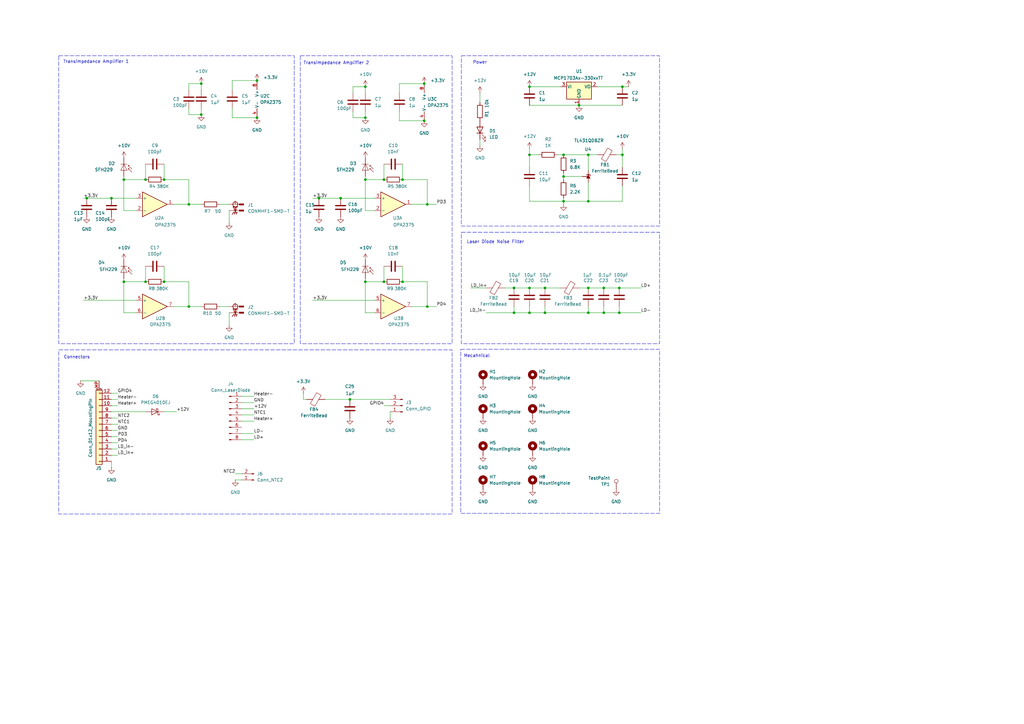
<source format=kicad_sch>
(kicad_sch (version 20231120) (generator "eeschema") (generator_version "8.0")
  (paper "A3")
  (junction (at 175.26 83.82))
  (junction (at 35.56 81.28))
  (junction (at 67.31 115.57))
  (junction (at 223.52 118.11))
  (junction (at 77.47 83.82))
  (junction (at 59.69 115.57))
  (junction (at 175.26 125.73))
  (junction (at 67.31 73.66))
  (junction (at 231.14 72.39))
  (junction (at 50.8 73.66))
  (junction (at 255.27 63.5))
  (junction (at 157.48 73.66))
  (junction (at 241.3 82.55))
  (junction (at 139.7 81.28))
  (junction (at 105.41 48.26))
  (junction (at 149.86 73.66))
  (junction (at 173.99 34.29))
  (junction (at 241.3 118.11))
  (junction (at 45.72 81.28))
  (junction (at 157.48 115.57))
  (junction (at 77.47 125.73))
  (junction (at 217.17 128.27))
  (junction (at 143.51 163.83))
  (junction (at 173.99 49.53))
  (junction (at 149.86 48.26))
  (junction (at 217.17 35.56))
  (junction (at 241.3 128.27))
  (junction (at 59.69 73.66))
  (junction (at 165.1 115.57))
  (junction (at 231.14 63.5))
  (junction (at 247.65 118.11))
  (junction (at 210.82 118.11))
  (junction (at 217.17 118.11))
  (junction (at 223.52 128.27))
  (junction (at 82.55 46.99))
  (junction (at 130.81 81.28))
  (junction (at 254 118.11))
  (junction (at 149.86 115.57))
  (junction (at 231.14 82.55))
  (junction (at 255.27 35.56))
  (junction (at 149.86 35.56))
  (junction (at 82.55 34.29))
  (junction (at 105.41 33.02))
  (junction (at 210.82 128.27))
  (junction (at 237.49 43.18))
  (junction (at 50.8 115.57))
  (junction (at 165.1 73.66))
  (junction (at 247.65 128.27))
  (junction (at 254 128.27))
  (junction (at 241.3 63.5))
  (junction (at 217.17 63.5))
  (wire (pts (xy 124.46 163.83) (xy 125.73 163.83)))
  (wire (pts (xy 254 128.27) (xy 262.89 128.27)))
  (wire (pts (xy 48.26 179.07) (xy 45.72 179.07)))
  (wire (pts (xy 237.49 118.11) (xy 241.3 118.11)))
  (wire (pts (xy 228.6 63.5) (xy 231.14 63.5)))
  (wire (pts (xy 254 118.11) (xy 262.89 118.11)))
  (wire (pts (xy 241.3 63.5) (xy 245.11 63.5)))
  (wire (pts (xy 48.26 161.29) (xy 45.72 161.29)))
  (wire (pts (xy 217.17 128.27) (xy 217.17 125.73)))
  (wire (pts (xy 96.52 196.85) (xy 99.06 196.85)))
  (wire (pts (xy 48.26 163.83) (xy 45.72 163.83)))
  (wire (pts (xy 210.82 118.11) (xy 217.17 118.11)))
  (wire (pts (xy 196.85 57.15) (xy 196.85 59.69)))
  (wire (pts (xy 175.26 83.82) (xy 179.07 83.82)))
  (wire (pts (xy 237.49 43.18) (xy 255.27 43.18)))
  (wire (pts (xy 217.17 128.27) (xy 223.52 128.27)))
  (wire (pts (xy 247.65 128.27) (xy 254 128.27)))
  (wire (pts (xy 59.69 109.22) (xy 59.69 115.57)))
  (wire (pts (xy 223.52 118.11) (xy 229.87 118.11)))
  (wire (pts (xy 217.17 60.96) (xy 217.17 63.5)))
  (wire (pts (xy 163.83 34.29) (xy 173.99 34.29)))
  (wire (pts (xy 67.31 115.57) (xy 77.47 115.57)))
  (wire (pts (xy 163.83 45.72) (xy 163.83 49.53)))
  (wire (pts (xy 59.69 168.91) (xy 45.72 168.91)))
  (wire (pts (xy 95.25 44.45) (xy 95.25 48.26)))
  (wire (pts (xy 48.26 186.69) (xy 45.72 186.69)))
  (wire (pts (xy 50.8 115.57) (xy 59.69 115.57)))
  (wire (pts (xy 199.39 128.27) (xy 210.82 128.27)))
  (wire (pts (xy 255.27 60.96) (xy 255.27 63.5)))
  (wire (pts (xy 149.86 115.57) (xy 149.86 128.27)))
  (wire (pts (xy 67.31 73.66) (xy 77.47 73.66)))
  (wire (pts (xy 72.39 168.91) (xy 67.31 168.91)))
  (wire (pts (xy 48.26 181.61) (xy 45.72 181.61)))
  (wire (pts (xy 254 125.73) (xy 254 128.27)))
  (wire (pts (xy 124.46 161.29) (xy 124.46 163.83)))
  (wire (pts (xy 157.48 67.31) (xy 157.48 73.66)))
  (wire (pts (xy 255.27 63.5) (xy 255.27 68.58)))
  (wire (pts (xy 77.47 83.82) (xy 82.55 83.82)))
  (wire (pts (xy 175.26 73.66) (xy 175.26 83.82)))
  (wire (pts (xy 247.65 118.11) (xy 254 118.11)))
  (wire (pts (xy 93.98 128.27) (xy 93.98 133.35)))
  (wire (pts (xy 48.26 171.45) (xy 45.72 171.45)))
  (wire (pts (xy 99.06 165.1) (xy 104.14 165.1)))
  (wire (pts (xy 217.17 35.56) (xy 229.87 35.56)))
  (wire (pts (xy 149.86 128.27) (xy 153.67 128.27)))
  (wire (pts (xy 217.17 63.5) (xy 217.17 68.58)))
  (wire (pts (xy 45.72 81.28) (xy 55.88 81.28)))
  (wire (pts (xy 223.52 125.73) (xy 223.52 128.27)))
  (wire (pts (xy 149.86 115.57) (xy 157.48 115.57)))
  (wire (pts (xy 95.25 36.83) (xy 95.25 33.02)))
  (wire (pts (xy 165.1 115.57) (xy 175.26 115.57)))
  (wire (pts (xy 130.81 81.28) (xy 139.7 81.28)))
  (wire (pts (xy 149.86 35.56) (xy 149.86 38.1)))
  (wire (pts (xy 247.65 128.27) (xy 247.65 125.73)))
  (wire (pts (xy 241.3 63.5) (xy 241.3 69.85)))
  (wire (pts (xy 77.47 125.73) (xy 71.12 125.73)))
  (wire (pts (xy 33.02 156.21) (xy 40.64 156.21)))
  (wire (pts (xy 133.35 163.83) (xy 143.51 163.83)))
  (wire (pts (xy 128.27 123.19) (xy 153.67 123.19)))
  (wire (pts (xy 252.73 63.5) (xy 255.27 63.5)))
  (wire (pts (xy 50.8 73.66) (xy 59.69 73.66)))
  (wire (pts (xy 55.88 86.36) (xy 50.8 86.36)))
  (wire (pts (xy 217.17 43.18) (xy 237.49 43.18)))
  (wire (pts (xy 144.78 48.26) (xy 144.78 45.72)))
  (wire (pts (xy 90.17 125.73) (xy 93.98 125.73)))
  (wire (pts (xy 193.04 118.11) (xy 199.39 118.11)))
  (wire (pts (xy 34.29 81.28) (xy 35.56 81.28)))
  (wire (pts (xy 50.8 114.3) (xy 50.8 115.57)))
  (wire (pts (xy 231.14 71.12) (xy 231.14 72.39)))
  (wire (pts (xy 99.06 170.18) (xy 104.14 170.18)))
  (wire (pts (xy 163.83 38.1) (xy 163.83 34.29)))
  (wire (pts (xy 93.98 86.36) (xy 93.98 91.44)))
  (wire (pts (xy 50.8 128.27) (xy 55.88 128.27)))
  (wire (pts (xy 77.47 73.66) (xy 77.47 83.82)))
  (wire (pts (xy 144.78 35.56) (xy 149.86 35.56)))
  (wire (pts (xy 48.26 166.37) (xy 45.72 166.37)))
  (wire (pts (xy 149.86 73.66) (xy 149.86 86.36)))
  (wire (pts (xy 77.47 115.57) (xy 77.47 125.73)))
  (wire (pts (xy 77.47 46.99) (xy 77.47 44.45)))
  (wire (pts (xy 217.17 76.2) (xy 217.17 82.55)))
  (wire (pts (xy 175.26 125.73) (xy 179.07 125.73)))
  (wire (pts (xy 241.3 118.11) (xy 247.65 118.11)))
  (wire (pts (xy 149.86 72.39) (xy 149.86 73.66)))
  (wire (pts (xy 59.69 67.31) (xy 59.69 73.66)))
  (wire (pts (xy 223.52 128.27) (xy 241.3 128.27)))
  (wire (pts (xy 217.17 63.5) (xy 220.98 63.5)))
  (wire (pts (xy 175.26 83.82) (xy 168.91 83.82)))
  (wire (pts (xy 157.48 166.37) (xy 160.02 166.37)))
  (wire (pts (xy 99.06 162.56) (xy 104.14 162.56)))
  (wire (pts (xy 99.06 172.72) (xy 104.14 172.72)))
  (wire (pts (xy 163.83 49.53) (xy 173.99 49.53)))
  (wire (pts (xy 217.17 118.11) (xy 223.52 118.11)))
  (wire (pts (xy 241.3 128.27) (xy 247.65 128.27)))
  (wire (pts (xy 217.17 82.55) (xy 231.14 82.55)))
  (wire (pts (xy 255.27 35.56) (xy 257.81 35.56)))
  (wire (pts (xy 143.51 163.83) (xy 160.02 163.83)))
  (wire (pts (xy 231.14 72.39) (xy 231.14 73.66)))
  (wire (pts (xy 48.26 173.99) (xy 45.72 173.99)))
  (wire (pts (xy 255.27 76.2) (xy 255.27 82.55)))
  (wire (pts (xy 96.52 194.31) (xy 99.06 194.31)))
  (wire (pts (xy 175.26 125.73) (xy 168.91 125.73)))
  (wire (pts (xy 245.11 35.56) (xy 255.27 35.56)))
  (wire (pts (xy 144.78 35.56) (xy 144.78 38.1)))
  (wire (pts (xy 165.1 109.22) (xy 165.1 115.57)))
  (wire (pts (xy 90.17 83.82) (xy 93.98 83.82)))
  (wire (pts (xy 48.26 184.15) (xy 45.72 184.15)))
  (wire (pts (xy 149.86 114.3) (xy 149.86 115.57)))
  (wire (pts (xy 149.86 48.26) (xy 149.86 45.72)))
  (wire (pts (xy 139.7 81.28) (xy 153.67 81.28)))
  (wire (pts (xy 144.78 48.26) (xy 149.86 48.26)))
  (wire (pts (xy 241.3 82.55) (xy 255.27 82.55)))
  (wire (pts (xy 67.31 109.22) (xy 67.31 115.57)))
  (wire (pts (xy 241.3 82.55) (xy 241.3 74.93)))
  (wire (pts (xy 77.47 34.29) (xy 82.55 34.29)))
  (wire (pts (xy 231.14 82.55) (xy 241.3 82.55)))
  (wire (pts (xy 95.25 33.02) (xy 105.41 33.02)))
  (wire (pts (xy 104.14 177.8) (xy 99.06 177.8)))
  (wire (pts (xy 153.67 86.36) (xy 149.86 86.36)))
  (wire (pts (xy 165.1 67.31) (xy 165.1 73.66)))
  (wire (pts (xy 231.14 72.39) (xy 238.76 72.39)))
  (wire (pts (xy 77.47 125.73) (xy 82.55 125.73)))
  (wire (pts (xy 231.14 81.28) (xy 231.14 82.55)))
  (wire (pts (xy 82.55 34.29) (xy 82.55 36.83)))
  (wire (pts (xy 77.47 46.99) (xy 82.55 46.99)))
  (wire (pts (xy 48.26 176.53) (xy 45.72 176.53)))
  (wire (pts (xy 231.14 82.55) (xy 231.14 83.82)))
  (wire (pts (xy 196.85 38.1) (xy 196.85 41.91)))
  (wire (pts (xy 210.82 125.73) (xy 210.82 128.27)))
  (wire (pts (xy 207.01 118.11) (xy 210.82 118.11)))
  (wire (pts (xy 104.14 167.64) (xy 99.06 167.64)))
  (wire (pts (xy 95.25 48.26) (xy 105.41 48.26)))
  (wire (pts (xy 45.72 189.23) (xy 45.72 191.77)))
  (wire (pts (xy 160.02 171.45) (xy 160.02 168.91)))
  (wire (pts (xy 67.31 67.31) (xy 67.31 73.66)))
  (wire (pts (xy 231.14 63.5) (xy 241.3 63.5)))
  (wire (pts (xy 50.8 73.66) (xy 50.8 86.36)))
  (wire (pts (xy 77.47 83.82) (xy 71.12 83.82)))
  (wire (pts (xy 149.86 73.66) (xy 157.48 73.66)))
  (wire (pts (xy 77.47 34.29) (xy 77.47 36.83)))
  (wire (pts (xy 210.82 128.27) (xy 217.17 128.27)))
  (wire (pts (xy 157.48 109.22) (xy 157.48 115.57)))
  (wire (pts (xy 50.8 72.39) (xy 50.8 73.66)))
  (wire (pts (xy 82.55 44.45) (xy 82.55 46.99)))
  (wire (pts (xy 35.56 81.28) (xy 45.72 81.28)))
  (wire (pts (xy 34.29 123.19) (xy 55.88 123.19)))
  (wire (pts (xy 175.26 115.57) (xy 175.26 125.73)))
  (wire (pts (xy 104.14 180.34) (xy 99.06 180.34)))
  (wire (pts (xy 241.3 128.27) (xy 241.3 125.73)))
  (wire (pts (xy 128.27 81.28) (xy 130.81 81.28)))
  (wire (pts (xy 50.8 115.57) (xy 50.8 128.27)))
  (wire (pts (xy 165.1 73.66) (xy 175.26 73.66)))
  (rectangle (start 189.23 95.25) (end 270.51 140.97) (stroke (width 0) (type dash)))
  (rectangle (start 189.23 22.86) (end 270.51 92.71) (stroke (width 0) (type dash)))
  (rectangle (start 24.13 143.51) (end 185.42 210.82) (stroke (width 0) (type dash)))
  (rectangle (start 188.976 143.256) (end 270.51 210.566) (stroke (width 0) (type dash)))
  (rectangle (start 123.19 22.86) (end 185.42 140.97) (stroke (width 0) (type dash)))
  (rectangle (start 24.13 22.86) (end 120.65 140.97) (stroke (width 0) (type dash)))
  (text "Transimpedance Amplifier 2" (at 137.922 25.908 0) (effects (font (size 1.27 1.27))))
  (text "Transimpedance Amplifier 1" (at 39.37 25.4 0) (effects (font (size 1.27 1.27))))
  (text "Connectors" (at 31.496 146.558 0) (effects (font (size 1.27 1.27))))
  (text "Power" (at 196.85 25.654 0) (effects (font (size 1.27 1.27))))
  (text "Laser Diode Noise Filter" (at 203.2 99.314 0) (effects (font (size 1.27 1.27))))
  (text "Mecahnical" (at 195.58 146.05 0) (effects (font (size 1.27 1.27))))
  (label "LD-" (at 104.14 177.8 0))
  (label "LD_in-" (at 48.26 184.15 0))
  (label "NTC1" (at 104.14 170.18 0))
  (label "LD_in+" (at 193.04 118.11 0))
  (label "GPIO4" (at 157.48 166.37 180))
  (label "+3.3V" (at 34.29 81.28 0))
  (label "NTC2" (at 96.52 194.31 180))
  (label "+3.3V" (at 128.27 123.19 0))
  (label "LD_in+" (at 48.26 186.69 0))
  (label "Heater+" (at 48.26 166.37 0))
  (label "+12V" (at 104.14 167.64 0))
  (label "Heater-" (at 104.14 162.56 0))
  (label "PD3" (at 48.26 179.07 0))
  (label "GND" (at 48.26 176.53 0))
  (label "LD-" (at 262.89 128.27 0))
  (label "+3.3V" (at 128.27 81.28 0))
  (label "PD4" (at 48.26 181.61 0))
  (label "NTC1" (at 48.26 173.99 0))
  (label "GPIO4" (at 48.26 161.29 0))
  (label "LD+" (at 104.14 180.34 0))
  (label "GND" (at 104.14 165.1 0))
  (label "LD+" (at 262.89 118.11 0))
  (label "PD3" (at 179.07 83.82 0))
  (label "+3.3V" (at 34.29 123.19 0))
  (label "Heater+" (at 104.14 172.72 0))
  (label "Heater-" (at 48.26 163.83 0))
  (label "+12V" (at 72.39 168.91 0))
  (label "LD_in-" (at 199.39 128.27 180))
  (label "NTC2" (at 48.26 171.45 0))
  (label "PD4" (at 179.07 125.73 0))
  (symbol (lib_id "power:+10V") (at 50.8 106.68 0) (unit 1)
    (property "Reference" "#PWR024" (effects (hide yes)))
    (property "Value" "+10V" (at 50.8 101.6 0))
    (property "Description" "Power symbol creates a global label with name \"+10V\"" (effects (hide yes)))
  )
  (symbol (lib_id "Device:R") (at 231.14 67.31 180) (unit 1)
    (property "Reference" "R3" (at 233.68 66.0399 0) (effects (justify right)))
    (property "Value" "6.8K" (at 233.68 68.5799 0) (effects (justify right)))
    (property "Footprint" "Resistor_SMD:R_0603_1608Metric_Pad0.98x0.95mm_HandSolder" (effects (hide yes)))
    (property "Description" "Resistor" (effects (hide yes)))
  )
  (symbol (lib_id "Device:R") (at 161.29 73.66 270) (unit 1)
    (property "Reference" "R5" (at 160.274 76.454 90))
    (property "Value" "380K" (at 164.592 76.454 90))
    (property "Footprint" "Resistor_SMD:R_0603_1608Metric_Pad0.98x0.95mm_HandSolder" (effects (hide yes)))
    (property "Description" "Resistor" (effects (hide yes)))
  )
  (symbol (lib_id "Connector:Conn_01x08_Pin") (at 93.98 170.18 0) (unit 1)
    (property "Reference" "J4" (at 94.615 157.48 0))
    (property "Value" "Conn_LaserDiode" (at 94.615 160.02 0))
    (property "Footprint" "Connector_JST:JST_ZH_B8B-ZR_1x08_P1.50mm_Vertical" (effects (hide yes)))
    (property "Description" "Generic connector, single row, 01x08, script generated" (effects (hide yes)))
  )
  (symbol (lib_id "power:GND") (at 218.44 186.69 0) (unit 1)
    (property "Reference" "#PWR036" (effects (hide yes)))
    (property "Value" "GND" (at 218.44 191.77 0))
    (property "Description" "Power symbol creates a global label with name \"GND\" , ground" (effects (hide yes)))
  )
  (symbol (lib_id "power:GND") (at 198.12 200.66 0) (unit 1)
    (property "Reference" "#PWR039" (effects (hide yes)))
    (property "Value" "GND" (at 198.12 205.74 0))
    (property "Description" "Power symbol creates a global label with name \"GND\" , ground" (effects (hide yes)))
  )
  (symbol (lib_id "power:GND") (at 218.44 157.48 0) (unit 1)
    (property "Reference" "#PWR029" (effects (hide yes)))
    (property "Value" "GND" (at 218.44 162.56 0))
    (property "Description" "Power symbol creates a global label with name \"GND\" , ground" (effects (hide yes)))
  )
  (symbol (lib_id "power:GND") (at 96.52 196.85 0) (unit 1)
    (property "Reference" "#PWR038" (effects (hide yes)))
    (property "Value" "GND" (at 96.52 201.93 0))
    (property "Description" "Power symbol creates a global label with name \"GND\" , ground" (effects (hide yes)))
  )
  (symbol (lib_id "power:GND") (at 105.41 48.26 0) (unit 1)
    (property "Reference" "#PWR010" (effects (hide yes)))
    (property "Value" "GND" (at 105.41 53.34 0))
    (property "Description" "Power symbol creates a global label with name \"GND\" , ground" (effects (hide yes)))
  )
  (symbol (lib_id "Device:C") (at 241.3 121.92 180) (unit 1)
    (property "Reference" "C22" (at 239.268 115.062 0) (effects (justify right)))
    (property "Value" "1µF" (at 239.014 112.776 0) (effects (justify right)))
    (property "Footprint" "Capacitor_SMD:C_0603_1608Metric_Pad1.08x0.95mm_HandSolder" (effects (hide yes)))
    (property "Description" "Unpolarized capacitor" (effects (hide yes)))
  )
  (symbol (lib_id "power:GND") (at 198.12 186.69 0) (unit 1)
    (property "Reference" "#PWR035" (effects (hide yes)))
    (property "Value" "GND" (at 198.12 191.77 0))
    (property "Description" "Power symbol creates a global label with name \"GND\" , ground" (effects (hide yes)))
  )
  (symbol (lib_id "Sensor_Optical:SFH2701") (at 149.86 111.76 270) (unit 1)
    (property "Reference" "D5" (at 140.716 107.696 90))
    (property "Value" "SFH229" (at 143.51 110.49 90))
    (property "Footprint" "LED_THT:LED_D3.0mm" (effects (hide yes)))
    (property "Datasheet" "http://www.osram-os.com/Graphics/XPic6/00201111_0.pdf/SFH%202701.pdf" (effects (hide yes)))
    (property "Description" "High Speed PIN Photodiode, SMD package" (effects (hide yes)))
  )
  (symbol (lib_id "Device:C") (at 210.82 121.92 180) (unit 1)
    (property "Reference" "C19" (at 208.788 115.062 0) (effects (justify right)))
    (property "Value" "10µF" (at 208.534 112.776 0) (effects (justify right)))
    (property "Footprint" "Capacitor_SMD:C_0805_2012Metric_Pad1.18x1.45mm_HandSolder" (effects (hide yes)))
    (property "Description" "Unpolarized capacitor" (effects (hide yes)))
  )
  (symbol (lib_id "Device:C") (at 35.56 85.09 0) (unit 1)
    (property "Reference" "C13" (at 30.226 87.376 0) (effects (justify left)))
    (property "Value" "1µF" (at 30.226 89.916 0) (effects (justify left)))
    (property "Footprint" "Capacitor_SMD:C_0603_1608Metric_Pad1.08x0.95mm_HandSolder" (effects (hide yes)))
    (property "Description" "Unpolarized capacitor" (effects (hide yes)))
  )
  (symbol (lib_id "Mechanical:MountingHole_Pad") (at 218.44 154.94 0) (unit 1) (exclude_from_sim yes) (in_bom no)
    (property "Reference" "H2" (at 220.98 152.3999 0) (effects (justify left)))
    (property "Value" "MountingHole" (at 220.98 154.9399 0) (effects (justify left)))
    (property "Footprint" "MountingHole:MountingHole_2.7mm_M2.5_ISO7380_Pad" (effects (hide yes)))
    (property "Description" "Mounting Hole with connection" (effects (hide yes)))
  )
  (symbol (lib_id "power:GND") (at 35.56 88.9 0) (unit 1)
    (property "Reference" "#PWR019" (effects (hide yes)))
    (property "Value" "GND" (at 35.56 93.98 0))
    (property "Description" "Power symbol creates a global label with name \"GND\" , ground" (effects (hide yes)))
  )
  (symbol (lib_id "Device:FerriteBead") (at 248.92 63.5 90) (unit 1)
    (property "Reference" "FB1" (at 248.158 67.564 90))
    (property "Value" "FerriteBead" (at 248.158 70.104 90))
    (property "Footprint" "Inductor_SMD:L_0603_1608Metric" (effects (hide yes)))
    (property "Description" "Ferrite bead" (effects (hide yes)))
  )
  (symbol (lib_id "power:GND") (at 231.14 83.82 0) (unit 1)
    (property "Reference" "#PWR018" (effects (hide yes)))
    (property "Value" "GND" (at 231.14 88.9 0))
    (property "Description" "Power symbol creates a global label with name \"GND\" , ground" (effects (hide yes)))
  )
  (symbol (lib_id "power:GND") (at 93.98 133.35 0) (unit 1)
    (property "Reference" "#PWR026" (effects (hide yes)))
    (property "Value" "GND" (at 93.98 138.43 0))
    (property "Description" "Power symbol creates a global label with name \"GND\" , ground" (effects (hide yes)))
  )
  (symbol (lib_id "power:GND") (at 173.99 49.53 0) (unit 1)
    (property "Reference" "#PWR012" (effects (hide yes)))
    (property "Value" "GND" (at 173.99 54.61 0))
    (property "Description" "Power symbol creates a global label with name \"GND\" , ground" (effects (hide yes)))
  )
  (symbol (lib_id "Regulator_Linear:MCP1703Ax-330xxTT") (at 237.49 35.56 0) (unit 1)
    (property "Reference" "U1" (at 237.49 29.21 0))
    (property "Value" "MCP1703Ax-330xxTT" (at 237.236 32.004 0))
    (property "Footprint" "Package_TO_SOT_SMD:SOT-23" (effects (hide yes)))
    (property "Datasheet" "http://ww1.microchip.com/downloads/en/DeviceDoc/20005122B.pdf" (effects (hide yes)))
    (property "Description" "Low Quiescent Current LDO Regulator, 3.3V, 250mA, Vin<=16V, SOT-23" (effects (hide yes)))
  )
  (symbol (lib_id "Amplifier_Operational:OPA2325") (at 176.53 41.91 0) (unit 3)
    (property "Reference" "U3" (at 175.26 40.6399 0) (effects (justify left)))
    (property "Value" "OPA2375" (at 175.26 43.1799 0) (effects (justify left)))
    (property "Footprint" "Package_SO:SOIC-8_3.9x4.9mm_P1.27mm" (effects (hide yes)))
    (property "Datasheet" "http://www.ti.com/lit/ds/symlink/opa2325.pdf" (effects (hide yes)))
    (property "Description" "Precision, 10-MHz, Low-Noise, Low-Power, RRIO, CMOS Operational Amplifier, SOIC-8" (effects (hide yes)))
  )
  (symbol (lib_id "Device:C") (at 63.5 67.31 90) (unit 1)
    (property "Reference" "C9" (at 63.5 59.69 90))
    (property "Value" "100pF" (at 63.5 62.23 90))
    (property "Footprint" "Capacitor_SMD:C_0603_1608Metric_Pad1.08x0.95mm_HandSolder" (effects (hide yes)))
    (property "Description" "Unpolarized capacitor" (effects (hide yes)))
  )
  (symbol (lib_id "Diode:PMEG4010EJ") (at 63.5 168.91 180) (unit 1)
    (property "Reference" "D6" (at 63.8175 162.56 0))
    (property "Value" "PMEG4010EJ" (at 63.8175 165.1 0))
    (property "Footprint" "Diode_SMD:D_SOD-323F" (effects (hide yes)))
    (property "Datasheet" "https://assets.nexperia.com/documents/data-sheet/PMEG4010EH_EJ_ET.pdf" (effects (hide yes)))
    (property "Description" "40V, 1A very low Vf MEGA Schottky barrier rectifier, SOD-323F" (effects (hide yes)))
  )
  (symbol (lib_id "power:GND") (at 45.72 88.9 0) (unit 1)
    (property "Reference" "#PWR020" (effects (hide yes)))
    (property "Value" "GND" (at 45.72 93.98 0))
    (property "Description" "Power symbol creates a global label with name \"GND\" , ground" (effects (hide yes)))
  )
  (symbol (lib_id "Device:R") (at 63.5 73.66 270) (unit 1)
    (property "Reference" "R4" (at 62.484 76.454 90))
    (property "Value" "380K" (at 66.802 76.454 90))
    (property "Footprint" "Resistor_SMD:R_0603_1608Metric_Pad0.98x0.95mm_HandSolder" (effects (hide yes)))
    (property "Description" "Resistor" (effects (hide yes)))
  )
  (symbol (lib_id "power:+12V") (at 217.17 35.56 0) (unit 1)
    (property "Reference" "#PWR05" (effects (hide yes)))
    (property "Value" "+12V" (at 217.17 30.48 0))
    (property "Description" "Power symbol creates a global label with name \"+12V\"" (effects (hide yes)))
  )
  (symbol (lib_id "Device:R") (at 161.29 115.57 270) (unit 1)
    (property "Reference" "R9" (at 160.02 118.364 90))
    (property "Value" "380K" (at 164.338 118.364 90))
    (property "Footprint" "Resistor_SMD:R_0603_1608Metric_Pad0.98x0.95mm_HandSolder" (effects (hide yes)))
    (property "Description" "Resistor" (effects (hide yes)))
  )
  (symbol (lib_id "power:+10V") (at 82.55 34.29 0) (unit 1)
    (property "Reference" "#PWR02" (effects (hide yes)))
    (property "Value" "+10V" (at 82.55 29.21 0))
    (property "Description" "Power symbol creates a global label with name \"+10V\"" (effects (hide yes)))
  )
  (symbol (lib_id "power:GND") (at 45.72 191.77 0) (unit 1)
    (property "Reference" "#PWR037" (effects (hide yes)))
    (property "Value" "GND" (at 45.72 196.85 0))
    (property "Description" "Power symbol creates a global label with name \"GND\" , ground" (effects (hide yes)))
  )
  (symbol (lib_id "power:+3.3V") (at 257.81 35.56 0) (unit 1)
    (property "Reference" "#PWR06" (effects (hide yes)))
    (property "Value" "+3.3V" (at 257.81 30.48 0))
    (property "Description" "Power symbol creates a global label with name \"+3.3V\"" (effects (hide yes)))
  )
  (symbol (lib_id "power:GND") (at 143.51 171.45 0) (unit 1)
    (property "Reference" "#PWR031" (effects (hide yes)))
    (property "Value" "GND" (at 143.51 176.53 0))
    (property "Description" "Power symbol creates a global label with name \"GND\" , ground" (effects (hide yes)))
  )
  (symbol (lib_id "power:GND") (at 139.7 88.9 0) (unit 1)
    (property "Reference" "#PWR022" (effects (hide yes)))
    (property "Value" "GND" (at 139.7 93.98 0))
    (property "Description" "Power symbol creates a global label with name \"GND\" , ground" (effects (hide yes)))
  )
  (symbol (lib_id "Device:C") (at 143.51 167.64 180) (unit 1)
    (property "Reference" "C25" (at 141.478 158.496 0) (effects (justify right)))
    (property "Value" "1µF" (at 141.732 161.29 0) (effects (justify right)))
    (property "Footprint" "Capacitor_SMD:C_0603_1608Metric_Pad1.08x0.95mm_HandSolder" (effects (hide yes)))
    (property "Description" "Unpolarized capacitor" (effects (hide yes)))
  )
  (symbol (lib_id "Device:C") (at 217.17 121.92 180) (unit 1)
    (property "Reference" "C20" (at 215.138 115.062 0) (effects (justify right)))
    (property "Value" "10µF" (at 214.884 112.776 0) (effects (justify right)))
    (property "Footprint" "Capacitor_SMD:C_0805_2012Metric_Pad1.18x1.45mm_HandSolder" (effects (hide yes)))
    (property "Description" "Unpolarized capacitor" (effects (hide yes)))
  )
  (symbol (lib_id "power:GND") (at 252.73 200.66 0) (unit 1)
    (property "Reference" "#PWR041" (effects (hide yes)))
    (property "Value" "GND" (at 252.73 205.74 0))
    (property "Description" "Power symbol creates a global label with name \"GND\" , ground" (effects (hide yes)))
  )
  (symbol (lib_id "Device:C") (at 77.47 40.64 0) (unit 1)
    (property "Reference" "C3" (at 70.866 40.64 0) (effects (justify left)))
    (property "Value" "100pF" (at 70.866 43.18 0) (effects (justify left)))
    (property "Footprint" "Capacitor_SMD:C_0603_1608Metric_Pad1.08x0.95mm_HandSolder" (effects (hide yes)))
    (property "Description" "Unpolarized capacitor" (effects (hide yes)))
  )
  (symbol (lib_id "Device:R") (at 86.36 125.73 270) (unit 1)
    (property "Reference" "R10" (at 85.09 128.524 90))
    (property "Value" "50" (at 89.408 128.524 90))
    (property "Footprint" "Resistor_SMD:R_0603_1608Metric_Pad0.98x0.95mm_HandSolder" (effects (hide yes)))
    (property "Description" "Resistor" (effects (hide yes)))
  )
  (symbol (lib_id "power:+12V") (at 217.17 60.96 0) (unit 1)
    (property "Reference" "#PWR014" (effects (hide yes)))
    (property "Value" "+12V" (at 217.17 55.88 0))
    (property "Description" "Power symbol creates a global label with name \"+12V\"" (effects (hide yes)))
  )
  (symbol (lib_id "Device:C") (at 161.29 109.22 90) (unit 1)
    (property "Reference" "C18" (at 161.29 101.6 90))
    (property "Value" "10nF" (at 161.29 104.14 90))
    (property "Footprint" "Capacitor_SMD:C_0603_1608Metric_Pad1.08x0.95mm_HandSolder" (effects (hide yes)))
    (property "Description" "Unpolarized capacitor" (effects (hide yes)))
  )
  (symbol (lib_id "CONMHF1-SMD-T:CONMHF1-SMD-T") (at 96.52 125.73 0) (unit 1)
    (property "Reference" "J2" (at 101.6 125.9839 0) (effects (justify left)))
    (property "Value" "CONMHF1-SMD-T" (at 101.6 128.5239 0) (effects (justify left)))
    (property "Footprint" "ConMFH_SMD:LINX_CONMHF1-SMD-T" (effects (hide yes)))
    (property "SnapEDA_Link" "https://www.snapeda.com/parts/CONMHF1-SMD-T/Linx/view-part/?ref=snap" (effects (hide yes)))
    (property "Check_prices" "https://www.snapeda.com/parts/CONMHF1-SMD-T/Linx/view-part/?ref=eda" (effects (hide yes)))
    (property "Package" "None" (effects (hide yes)))
    (property "Price" "None" (effects (hide yes)))
    (property "MF" "Linx Technologies Inc." (effects (hide yes)))
    (property "MP" "CONMHF1-SMD-T" (effects (hide yes)))
    (property "Purchase-URL" "abc" (effects (hide yes)))
    (property "Availability" "In Stock" (effects (hide yes)))
    (property "Description_1" "U.FL/MHF1 Jack 50 Ohm PCB Surface Mount" (effects (hide yes)))
  )
  (symbol (lib_id "Amplifier_Operational:OPA2325") (at 63.5 125.73 0) (unit 2)
    (property "Reference" "U2" (at 65.786 130.556 0))
    (property "Value" "OPA2375" (at 65.786 133.096 0))
    (property "Footprint" "Package_SO:SOIC-8_3.9x4.9mm_P1.27mm" (effects (hide yes)))
    (property "Datasheet" "http://www.ti.com/lit/ds/symlink/opa2325.pdf" (effects (hide yes)))
    (property "Description" "Precision, 10-MHz, Low-Noise, Low-Power, RRIO, CMOS Operational Amplifier, SOIC-8" (effects (hide yes)))
  )
  (symbol (lib_id "Device:R") (at 86.36 83.82 270) (unit 1)
    (property "Reference" "R7" (at 85.09 86.614 90))
    (property "Value" "50" (at 89.408 86.614 90))
    (property "Footprint" "Resistor_SMD:R_0603_1608Metric_Pad0.98x0.95mm_HandSolder" (effects (hide yes)))
    (property "Description" "Resistor" (effects (hide yes)))
  )
  (symbol (lib_id "power:GND") (at 82.55 46.99 0) (unit 1)
    (property "Reference" "#PWR09" (effects (hide yes)))
    (property "Value" "GND" (at 82.55 52.07 0))
    (property "Description" "Power symbol creates a global label with name \"GND\" , ground" (effects (hide yes)))
  )
  (symbol (lib_id "power:GND") (at 33.02 156.21 0) (unit 1)
    (property "Reference" "#PWR027" (effects (hide yes)))
    (property "Value" "GND" (at 33.02 161.29 0))
    (property "Description" "Power symbol creates a global label with name \"GND\" , ground" (effects (hide yes)))
  )
  (symbol (lib_id "Amplifier_Operational:OPA2325") (at 107.95 40.64 0) (unit 3)
    (property "Reference" "U2" (at 106.68 39.3699 0) (effects (justify left)))
    (property "Value" "OPA2375" (at 106.68 41.9099 0) (effects (justify left)))
    (property "Footprint" "Package_SO:SOIC-8_3.9x4.9mm_P1.27mm" (effects (hide yes)))
    (property "Datasheet" "http://www.ti.com/lit/ds/symlink/opa2325.pdf" (effects (hide yes)))
    (property "Description" "Precision, 10-MHz, Low-Noise, Low-Power, RRIO, CMOS Operational Amplifier, SOIC-8" (effects (hide yes)))
  )
  (symbol (lib_id "Device:R") (at 196.85 45.72 0) (unit 1)
    (property "Reference" "R1" (at 199.644 46.736 90))
    (property "Value" "10k" (at 199.644 42.418 90))
    (property "Footprint" "Resistor_SMD:R_0603_1608Metric_Pad0.98x0.95mm_HandSolder" (effects (hide yes)))
    (property "Description" "Resistor" (effects (hide yes)))
  )
  (symbol (lib_id "power:+12V") (at 173.99 34.29 0) (unit 1)
    (property "Reference" "#PWR03" (effects (hide yes)))
    (property "Value" "+3.3V" (at 176.53 33.0199 0) (effects (justify left)))
    (property "Description" "Power symbol creates a global label with name \"+12V\"" (effects (hide yes)))
  )
  (symbol (lib_id "Mechanical:MountingHole_Pad") (at 218.44 198.12 0) (unit 1) (exclude_from_sim yes) (in_bom no)
    (property "Reference" "H8" (at 220.98 195.5799 0) (effects (justify left)))
    (property "Value" "MountingHole" (at 220.98 198.1199 0) (effects (justify left)))
    (property "Footprint" "MountingHole:MountingHole_2.7mm_M2.5_ISO7380_Pad" (effects (hide yes)))
    (property "Description" "Mounting Hole with connection" (effects (hide yes)))
  )
  (symbol (lib_id "Sensor_Optical:SFH2701") (at 50.8 69.85 270) (unit 1)
    (property "Reference" "D2" (at 44.45 67.056 90) (effects (justify left)))
    (property "Value" "SFH229" (at 38.862 69.596 90) (effects (justify left)))
    (property "Footprint" "LED_THT:LED_D3.0mm" (effects (hide yes)))
    (property "Datasheet" "http://www.osram-os.com/Graphics/XPic6/00201111_0.pdf/SFH%202701.pdf" (effects (hide yes)))
    (property "Description" "High Speed PIN Photodiode, SMD package" (effects (hide yes)))
  )
  (symbol (lib_id "power:GND") (at 130.81 88.9 0) (unit 1)
    (property "Reference" "#PWR021" (effects (hide yes)))
    (property "Value" "GND" (at 130.81 93.98 0))
    (property "Description" "Power symbol creates a global label with name \"GND\" , ground" (effects (hide yes)))
  )
  (symbol (lib_id "Device:FerriteBead") (at 129.54 163.83 90) (unit 1)
    (property "Reference" "FB4" (at 128.778 167.894 90))
    (property "Value" "FerriteBead" (at 128.778 170.434 90))
    (property "Footprint" "Inductor_SMD:L_0603_1608Metric" (effects (hide yes)))
    (property "Description" "Ferrite bead" (effects (hide yes)))
  )
  (symbol (lib_id "Sensor_Optical:SFH2701") (at 149.86 69.85 270) (unit 1)
    (property "Reference" "D3" (at 143.51 67.056 90) (effects (justify left)))
    (property "Value" "SFH229" (at 137.922 69.596 90) (effects (justify left)))
    (property "Footprint" "LED_THT:LED_D3.0mm" (effects (hide yes)))
    (property "Datasheet" "http://www.osram-os.com/Graphics/XPic6/00201111_0.pdf/SFH%202701.pdf" (effects (hide yes)))
    (property "Description" "High Speed PIN Photodiode, SMD package" (effects (hide yes)))
  )
  (symbol (lib_id "Device:C") (at 63.5 109.22 90) (unit 1)
    (property "Reference" "C17" (at 63.5 101.6 90))
    (property "Value" "100pF" (at 63.5 104.14 90))
    (property "Footprint" "Capacitor_SMD:C_0603_1608Metric_Pad1.08x0.95mm_HandSolder" (effects (hide yes)))
    (property "Description" "Unpolarized capacitor" (effects (hide yes)))
  )
  (symbol (lib_id "Device:C") (at 144.78 41.91 0) (unit 1)
    (property "Reference" "C6" (at 138.176 41.91 0) (effects (justify left)))
    (property "Value" "100pF" (at 138.176 44.45 0) (effects (justify left)))
    (property "Footprint" "Capacitor_SMD:C_0603_1608Metric_Pad1.08x0.95mm_HandSolder" (effects (hide yes)))
    (property "Description" "Unpolarized capacitor" (effects (hide yes)))
  )
  (symbol (lib_id "Mechanical:MountingHole_Pad") (at 198.12 154.94 0) (unit 1) (exclude_from_sim yes) (in_bom no)
    (property "Reference" "H1" (at 200.66 152.3999 0) (effects (justify left)))
    (property "Value" "MountingHole" (at 200.66 154.9399 0) (effects (justify left)))
    (property "Footprint" "MountingHole:MountingHole_2.7mm_M2.5_ISO7380_Pad" (effects (hide yes)))
    (property "Description" "Mounting Hole with connection" (effects (hide yes)))
  )
  (symbol (lib_id "Device:C") (at 82.55 40.64 180) (unit 1)
    (property "Reference" "C4" (at 86.36 39.3699 0) (effects (justify right)))
    (property "Value" "1µF" (at 86.36 41.9099 0) (effects (justify right)))
    (property "Footprint" "Capacitor_SMD:C_0603_1608Metric_Pad1.08x0.95mm_HandSolder" (effects (hide yes)))
    (property "Description" "Unpolarized capacitor" (effects (hide yes)))
  )
  (symbol (lib_id "power:+12V") (at 196.85 38.1 0) (unit 1)
    (property "Reference" "#PWR07" (effects (hide yes)))
    (property "Value" "+12V" (at 196.85 33.02 0))
    (property "Description" "Power symbol creates a global label with name \"+12V\"" (effects (hide yes)))
  )
  (symbol (lib_id "Connector:Conn_01x02_Pin") (at 104.14 196.85 180) (unit 1)
    (property "Reference" "J6" (at 105.41 194.3099 0) (effects (justify right)))
    (property "Value" "Conn_NTC2" (at 105.41 196.8499 0) (effects (justify right)))
    (property "Footprint" "Connector_PinHeader_2.54mm:PinHeader_1x02_P2.54mm_Vertical" (effects (hide yes)))
    (property "Description" "Generic connector, single row, 01x02, script generated" (effects (hide yes)))
  )
  (symbol (lib_id "Reference_Voltage:TL431DBZ") (at 241.3 72.39 90) (unit 1)
    (property "Reference" "U4" (at 239.776 61.214 90) (effects (justify right)))
    (property "Value" "TL431QDBZR" (at 235.458 57.658 90) (effects (justify right)))
    (property "Footprint" "Package_TO_SOT_SMD:SOT-23" (effects (hide yes)))
    (property "Datasheet" "http://www.ti.com/lit/ds/symlink/tl431.pdf" (effects (hide yes)))
    (property "Description" "Shunt Regulator, SOT-23" (effects (hide yes)))
  )
  (symbol (lib_id "Device:C") (at 161.29 67.31 90) (unit 1)
    (property "Reference" "C10" (at 161.29 59.69 90))
    (property "Value" "10nF" (at 161.29 62.23 90))
    (property "Footprint" "Capacitor_SMD:C_0603_1608Metric_Pad1.08x0.95mm_HandSolder" (effects (hide yes)))
    (property "Description" "Unpolarized capacitor" (effects (hide yes)))
  )
  (symbol (lib_id "Device:R") (at 224.79 63.5 270) (unit 1)
    (property "Reference" "R2" (at 224.79 57.15 90))
    (property "Value" "1K" (at 224.79 59.69 90))
    (property "Footprint" "Resistor_SMD:R_0603_1608Metric_Pad0.98x0.95mm_HandSolder" (effects (hide yes)))
    (property "Description" "Resistor" (effects (hide yes)))
  )
  (symbol (lib_id "power:+10V") (at 149.86 35.56 0) (unit 1)
    (property "Reference" "#PWR04" (effects (hide yes)))
    (property "Value" "+10V" (at 149.86 30.48 0))
    (property "Description" "Power symbol creates a global label with name \"+10V\"" (effects (hide yes)))
  )
  (symbol (lib_id "Device:C") (at 223.52 121.92 180) (unit 1)
    (property "Reference" "C21" (at 221.488 115.062 0) (effects (justify right)))
    (property "Value" "10µF" (at 221.234 112.776 0) (effects (justify right)))
    (property "Footprint" "Capacitor_SMD:C_0805_2012Metric_Pad1.18x1.45mm_HandSolder" (effects (hide yes)))
    (property "Description" "Unpolarized capacitor" (effects (hide yes)))
  )
  (symbol (lib_id "Connector:Conn_01x03_Pin") (at 165.1 166.37 180) (unit 1)
    (property "Reference" "J3" (at 166.37 165.0999 0) (effects (justify right)))
    (property "Value" "Conn_GPIO" (at 166.37 167.6399 0) (effects (justify right)))
    (property "Footprint" "Connector_PinHeader_2.54mm:PinHeader_1x03_P2.54mm_Vertical" (effects (hide yes)))
    (property "Description" "Generic connector, single row, 01x03, script generated" (effects (hide yes)))
  )
  (symbol (lib_id "Connector_Generic_MountingPin:Conn_01x12_MountingPin") (at 40.64 176.53 180) (unit 1)
    (property "Reference" "J5" (at 41.656 192.024 0) (effects (justify left)))
    (property "Value" "Conn_01x12_MountingPin" (at 37.084 163.322 90) (effects (justify left)))
    (property "Footprint" "Connector_Molex:Molex_PicoBlade_53261-1271_1x12-1MP_P1.25mm_Horizontal" (effects (hide yes)))
    (property "Description" "Generic connectable mounting pin connector, single row, 01x12, script generated (kicad-library-utils/schlib/autogen/connector/)" (effects (hide yes)))
  )
  (symbol (lib_id "power:GND") (at 93.98 91.44 0) (unit 1)
    (property "Reference" "#PWR023" (effects (hide yes)))
    (property "Value" "GND" (at 93.98 96.52 0))
    (property "Description" "Power symbol creates a global label with name \"GND\" , ground" (effects (hide yes)))
  )
  (symbol (lib_id "Device:C") (at 163.83 41.91 0) (unit 1)
    (property "Reference" "C8" (at 167.64 40.6399 0) (effects (justify left)))
    (property "Value" "1µ" (at 167.64 43.1799 0) (effects (justify left)))
    (property "Footprint" "Capacitor_SMD:C_0603_1608Metric_Pad1.08x0.95mm_HandSolder" (effects (hide yes)))
    (property "Description" "Unpolarized capacitor" (effects (hide yes)))
  )
  (symbol (lib_id "power:GND") (at 196.85 59.69 0) (unit 1)
    (property "Reference" "#PWR013" (effects (hide yes)))
    (property "Value" "GND" (at 196.85 64.77 0))
    (property "Description" "Power symbol creates a global label with name \"GND\" , ground" (effects (hide yes)))
  )
  (symbol (lib_id "Amplifier_Operational:OPA2325") (at 161.29 125.73 0) (unit 2)
    (property "Reference" "U3" (at 163.576 130.556 0))
    (property "Value" "OPA2375" (at 163.576 133.096 0))
    (property "Footprint" "Package_SO:SOIC-8_3.9x4.9mm_P1.27mm" (effects (hide yes)))
    (property "Datasheet" "http://www.ti.com/lit/ds/symlink/opa2325.pdf" (effects (hide yes)))
    (property "Description" "Precision, 10-MHz, Low-Noise, Low-Power, RRIO, CMOS Operational Amplifier, SOIC-8" (effects (hide yes)))
  )
  (symbol (lib_id "Mechanical:MountingHole_Pad") (at 218.44 184.15 0) (unit 1) (exclude_from_sim yes) (in_bom no)
    (property "Reference" "H6" (at 220.98 181.6099 0) (effects (justify left)))
    (property "Value" "MountingHole" (at 220.98 184.1499 0) (effects (justify left)))
    (property "Footprint" "MountingHole:MountingHole_2.7mm_M2.5_ISO7380_Pad" (effects (hide yes)))
    (property "Description" "Mounting Hole with connection" (effects (hide yes)))
  )
  (symbol (lib_id "CONMHF1-SMD-T:CONMHF1-SMD-T") (at 96.52 83.82 0) (unit 1)
    (property "Reference" "J1" (at 101.6 84.0739 0) (effects (justify left)))
    (property "Value" "CONMHF1-SMD-T" (at 101.6 86.6139 0) (effects (justify left)))
    (property "Footprint" "ConMFH_SMD:LINX_CONMHF1-SMD-T" (effects (hide yes)))
    (property "SnapEDA_Link" "https://www.snapeda.com/parts/CONMHF1-SMD-T/Linx/view-part/?ref=snap" (effects (hide yes)))
    (property "Check_prices" "https://www.snapeda.com/parts/CONMHF1-SMD-T/Linx/view-part/?ref=eda" (effects (hide yes)))
    (property "Package" "None" (effects (hide yes)))
    (property "Price" "None" (effects (hide yes)))
    (property "MF" "Linx Technologies Inc." (effects (hide yes)))
    (property "MP" "CONMHF1-SMD-T" (effects (hide yes)))
    (property "Purchase-URL" "abc" (effects (hide yes)))
    (property "Availability" "In Stock" (effects (hide yes)))
    (property "Description_1" "U.FL/MHF1 Jack 50 Ohm PCB Surface Mount" (effects (hide yes)))
  )
  (symbol (lib_id "Device:C") (at 149.86 41.91 180) (unit 1)
    (property "Reference" "C7" (at 153.67 40.6399 0) (effects (justify right)))
    (property "Value" "1µ" (at 153.67 43.1799 0) (effects (justify right)))
    (property "Footprint" "Capacitor_SMD:C_0603_1608Metric_Pad1.08x0.95mm_HandSolder" (effects (hide yes)))
    (property "Description" "Unpolarized capacitor" (effects (hide yes)))
  )
  (symbol (lib_id "power:GND") (at 198.12 157.48 0) (unit 1)
    (property "Reference" "#PWR028" (effects (hide yes)))
    (property "Value" "GND" (at 198.12 162.56 0))
    (property "Description" "Power symbol creates a global label with name \"GND\" , ground" (effects (hide yes)))
  )
  (symbol (lib_id "power:+10V") (at 50.8 64.77 0) (unit 1)
    (property "Reference" "#PWR016" (effects (hide yes)))
    (property "Value" "+10V" (at 50.8 59.69 0))
    (property "Description" "Power symbol creates a global label with name \"+10V\"" (effects (hide yes)))
  )
  (symbol (lib_id "Device:R") (at 231.14 77.47 180) (unit 1)
    (property "Reference" "R6" (at 233.68 76.1999 0) (effects (justify right)))
    (property "Value" "2.2K" (at 233.68 78.7399 0) (effects (justify right)))
    (property "Footprint" "Resistor_SMD:R_0603_1608Metric_Pad0.98x0.95mm_HandSolder" (effects (hide yes)))
    (property "Description" "Resistor" (effects (hide yes)))
  )
  (symbol (lib_id "power:+10V") (at 149.86 106.68 0) (unit 1)
    (property "Reference" "#PWR025" (effects (hide yes)))
    (property "Value" "+10V" (at 149.86 101.6 0))
    (property "Description" "Power symbol creates a global label with name \"+10V\"" (effects (hide yes)))
  )
  (symbol (lib_id "power:GND") (at 198.12 171.45 0) (unit 1)
    (property "Reference" "#PWR033" (effects (hide yes)))
    (property "Value" "GND" (at 198.12 176.53 0))
    (property "Description" "Power symbol creates a global label with name \"GND\" , ground" (effects (hide yes)))
  )
  (symbol (lib_id "Amplifier_Operational:OPA2325") (at 161.29 83.82 0) (unit 1)
    (property "Reference" "U3" (at 163.068 89.408 0))
    (property "Value" "OPA2375" (at 165.608 92.202 0))
    (property "Footprint" "Package_SO:SOIC-8_3.9x4.9mm_P1.27mm" (effects (hide yes)))
    (property "Datasheet" "http://www.ti.com/lit/ds/symlink/opa2325.pdf" (effects (hide yes)))
    (property "Description" "Precision, 10-MHz, Low-Noise, Low-Power, RRIO, CMOS Operational Amplifier, SOIC-8" (effects (hide yes)))
  )
  (symbol (lib_id "power:GND") (at 237.49 43.18 0) (unit 1)
    (property "Reference" "#PWR08" (effects (hide yes)))
    (property "Value" "GND" (at 237.49 48.26 0))
    (property "Description" "Power symbol creates a global label with name \"GND\" , ground" (effects (hide yes)))
  )
  (symbol (lib_id "Sensor_Optical:SFH2701") (at 50.8 111.76 270) (unit 1)
    (property "Reference" "D4" (at 41.656 107.696 90))
    (property "Value" "SFH229" (at 44.45 110.49 90))
    (property "Footprint" "LED_THT:LED_D3.0mm" (effects (hide yes)))
    (property "Datasheet" "http://www.osram-os.com/Graphics/XPic6/00201111_0.pdf/SFH%202701.pdf" (effects (hide yes)))
    (property "Description" "High Speed PIN Photodiode, SMD package" (effects (hide yes)))
  )
  (symbol (lib_id "Device:C") (at 247.65 121.92 180) (unit 1)
    (property "Reference" "C23" (at 245.618 115.062 0) (effects (justify right)))
    (property "Value" "0.1µF" (at 245.364 112.776 0) (effects (justify right)))
    (property "Footprint" "Capacitor_SMD:C_0603_1608Metric_Pad1.08x0.95mm_HandSolder" (effects (hide yes)))
    (property "Description" "Unpolarized capacitor" (effects (hide yes)))
  )
  (symbol (lib_id "power:+12V") (at 105.41 33.02 0) (unit 1)
    (property "Reference" "#PWR01" (effects (hide yes)))
    (property "Value" "+3.3V" (at 107.95 31.7499 0) (effects (justify left)))
    (property "Description" "Power symbol creates a global label with name \"+12V\"" (effects (hide yes)))
  )
  (symbol (lib_id "Device:R") (at 63.5 115.57 270) (unit 1)
    (property "Reference" "R8" (at 62.23 118.364 90))
    (property "Value" "380K" (at 66.548 118.364 90))
    (property "Footprint" "Resistor_SMD:R_0603_1608Metric_Pad0.98x0.95mm_HandSolder" (effects (hide yes)))
    (property "Description" "Resistor" (effects (hide yes)))
  )
  (symbol (lib_id "power:GND") (at 218.44 171.45 0) (unit 1)
    (property "Reference" "#PWR034" (effects (hide yes)))
    (property "Value" "GND" (at 218.44 176.53 0))
    (property "Description" "Power symbol creates a global label with name \"GND\" , ground" (effects (hide yes)))
  )
  (symbol (lib_id "power:GND") (at 160.02 171.45 0) (unit 1)
    (property "Reference" "#PWR032" (effects (hide yes)))
    (property "Value" "GND" (at 160.02 176.53 0))
    (property "Description" "Power symbol creates a global label with name \"GND\" , ground" (effects (hide yes)))
  )
  (symbol (lib_id "power:+10V") (at 149.86 64.77 0) (unit 1)
    (property "Reference" "#PWR017" (effects (hide yes)))
    (property "Value" "+10V" (at 149.86 59.69 0))
    (property "Description" "Power symbol creates a global label with name \"+10V\"" (effects (hide yes)))
  )
  (symbol (lib_id "Device:C") (at 255.27 72.39 0) (unit 1)
    (property "Reference" "C12" (at 259.08 71.1199 0) (effects (justify left)))
    (property "Value" "1µ" (at 259.08 73.6599 0) (effects (justify left)))
    (property "Footprint" "Capacitor_SMD:C_0603_1608Metric_Pad1.08x0.95mm_HandSolder" (effects (hide yes)))
    (property "Description" "Unpolarized capacitor" (effects (hide yes)))
  )
  (symbol (lib_id "Device:LED") (at 196.85 53.34 90) (unit 1)
    (property "Reference" "D1" (at 200.66 53.6574 90) (effects (justify right)))
    (property "Value" "LED" (at 200.66 56.1974 90) (effects (justify right)))
    (property "Footprint" "LED_SMD:LED_0603_1608Metric_Pad1.05x0.95mm_HandSolder" (effects (hide yes)))
    (property "Description" "Light emitting diode" (effects (hide yes)))
  )
  (symbol (lib_id "Mechanical:MountingHole_Pad") (at 198.12 168.91 0) (unit 1) (exclude_from_sim yes) (in_bom no)
    (property "Reference" "H3" (at 200.66 166.3699 0) (effects (justify left)))
    (property "Value" "MountingHole" (at 200.66 168.9099 0) (effects (justify left)))
    (property "Footprint" "MountingHole:MountingHole_2.7mm_M2.5_ISO7380_Pad" (effects (hide yes)))
    (property "Description" "Mounting Hole with connection" (effects (hide yes)))
  )
  (symbol (lib_id "power:+12V") (at 124.46 161.29 0) (unit 1)
    (property "Reference" "#PWR030" (effects (hide yes)))
    (property "Value" "+3.3V" (at 121.412 156.464 0) (effects (justify left)))
    (property "Description" "Power symbol creates a global label with name \"+12V\"" (effects (hide yes)))
  )
  (symbol (lib_id "Amplifier_Operational:OPA2325") (at 63.5 83.82 0) (unit 1)
    (property "Reference" "U2" (at 65.278 89.408 0))
    (property "Value" "OPA2375" (at 67.818 92.202 0))
    (property "Footprint" "Package_SO:SOIC-8_3.9x4.9mm_P1.27mm" (effects (hide yes)))
    (property "Datasheet" "http://www.ti.com/lit/ds/symlink/opa2325.pdf" (effects (hide yes)))
    (property "Description" "Precision, 10-MHz, Low-Noise, Low-Power, RRIO, CMOS Operational Amplifier, SOIC-8" (effects (hide yes)))
  )
  (symbol (lib_id "Mechanical:MountingHole_Pad") (at 198.12 184.15 0) (unit 1) (exclude_from_sim yes) (in_bom no)
    (property "Reference" "H5" (at 200.66 181.6099 0) (effects (justify left)))
    (property "Value" "MountingHole" (at 200.66 184.1499 0) (effects (justify left)))
    (property "Footprint" "MountingHole:MountingHole_2.7mm_M2.5_ISO7380_Pad" (effects (hide yes)))
    (property "Description" "Mounting Hole with connection" (effects (hide yes)))
  )
  (symbol (lib_id "Device:FerriteBead") (at 203.2 118.11 90) (unit 1)
    (property "Reference" "FB2" (at 202.438 122.174 90))
    (property "Value" "FerriteBead" (at 202.438 124.714 90))
    (property "Footprint" "Inductor_SMD:L_0603_1608Metric" (effects (hide yes)))
    (property "Description" "Ferrite bead" (effects (hide yes)))
  )
  (symbol (lib_id "Device:FerriteBead") (at 233.68 118.11 90) (unit 1)
    (property "Reference" "FB3" (at 232.918 122.174 90))
    (property "Value" "FerriteBead" (at 232.918 124.714 90))
    (property "Footprint" "Inductor_SMD:L_0603_1608Metric" (effects (hide yes)))
    (property "Description" "Ferrite bead" (effects (hide yes)))
  )
  (symbol (lib_id "Connector:TestPoint") (at 252.73 200.66 0) (unit 1)
    (property "Reference" "TP1" (at 250.19 198.6281 0) (effects (justify right)))
    (property "Value" "TestPoint" (at 250.19 196.0881 0) (effects (justify right)))
    (property "Footprint" "TestPoint:TestPoint_Bridge_Pitch2.54mm_Drill0.7mm" (effects (hide yes)))
    (property "Description" "test point" (effects (hide yes)))
  )
  (symbol (lib_id "Device:C") (at 217.17 39.37 0) (unit 1)
    (property "Reference" "C1" (at 220.98 38.0999 0) (effects (justify left)))
    (property "Value" "1µ" (at 220.98 40.6399 0) (effects (justify left)))
    (property "Footprint" "Capacitor_SMD:C_0603_1608Metric_Pad1.08x0.95mm_HandSolder" (effects (hide yes)))
    (property "Description" "Unpolarized capacitor" (effects (hide yes)))
  )
  (symbol (lib_id "Device:C") (at 254 121.92 180) (unit 1)
    (property "Reference" "C24" (at 251.968 115.062 0) (effects (justify right)))
    (property "Value" "100pF" (at 251.714 112.776 0) (effects (justify right)))
    (property "Footprint" "Capacitor_SMD:C_0603_1608Metric_Pad1.08x0.95mm_HandSolder" (effects (hide yes)))
    (property "Description" "Unpolarized capacitor" (effects (hide yes)))
  )
  (symbol (lib_id "Device:C") (at 217.17 72.39 0) (unit 1)
    (property "Reference" "C11" (at 220.98 71.1199 0) (effects (justify left)))
    (property "Value" "10µF" (at 220.98 73.6599 0) (effects (justify left)))
    (property "Footprint" "Capacitor_SMD:C_0805_2012Metric_Pad1.18x1.45mm_HandSolder" (effects (hide yes)))
    (property "Description" "Unpolarized capacitor" (effects (hide yes)))
  )
  (symbol (lib_id "Device:C") (at 130.81 85.09 0) (unit 1)
    (property "Reference" "C15" (at 125.222 84.074 0) (effects (justify left)))
    (property "Value" "1µ" (at 125.222 86.614 0) (effects (justify left)))
    (property "Footprint" "Capacitor_SMD:C_0603_1608Metric_Pad1.08x0.95mm_HandSolder" (effects (hide yes)))
    (property "Description" "Unpolarized capacitor" (effects (hide yes)))
  )
  (symbol (lib_id "Device:C") (at 255.27 39.37 0) (unit 1)
    (property "Reference" "C2" (at 259.08 38.0999 0) (effects (justify left)))
    (property "Value" "1µ" (at 259.08 40.6399 0) (effects (justify left)))
    (property "Footprint" "Capacitor_SMD:C_0603_1608Metric_Pad1.08x0.95mm_HandSolder" (effects (hide yes)))
    (property "Description" "Unpolarized capacitor" (effects (hide yes)))
  )
  (symbol (lib_id "Device:C") (at 95.25 40.64 0) (unit 1)
    (property "Reference" "C5" (at 99.06 39.3699 0) (effects (justify left)))
    (property "Value" "1µF" (at 99.06 41.9099 0) (effects (justify left)))
    (property "Footprint" "Capacitor_SMD:C_0603_1608Metric_Pad1.08x0.95mm_HandSolder" (effects (hide yes)))
    (property "Description" "Unpolarized capacitor" (effects (hide yes)))
  )
  (symbol (lib_id "power:GND") (at 218.44 200.66 0) (unit 1)
    (property "Reference" "#PWR040" (effects (hide yes)))
    (property "Value" "GND" (at 218.44 205.74 0))
    (property "Description" "Power symbol creates a global label with name \"GND\" , ground" (effects (hide yes)))
  )
  (symbol (lib_id "power:GND") (at 149.86 48.26 0) (unit 1)
    (property "Reference" "#PWR011" (effects (hide yes)))
    (property "Value" "GND" (at 149.86 53.34 0))
    (property "Description" "Power symbol creates a global label with name \"GND\" , ground" (effects (hide yes)))
  )
  (symbol (lib_id "Mechanical:MountingHole_Pad") (at 218.44 168.91 0) (unit 1) (exclude_from_sim yes) (in_bom no)
    (property "Reference" "H4" (at 220.98 166.3699 0) (effects (justify left)))
    (property "Value" "MountingHole" (at 220.98 168.9099 0) (effects (justify left)))
    (property "Footprint" "MountingHole:MountingHole_2.7mm_M2.5_ISO7380_Pad" (effects (hide yes)))
    (property "Description" "Mounting Hole with connection" (effects (hide yes)))
  )
  (symbol (lib_id "Device:C") (at 45.72 85.09 0) (unit 1)
    (property "Reference" "C14" (at 39.116 87.376 0) (effects (justify left)))
    (property "Value" "100pF" (at 39.116 89.916 0) (effects (justify left)))
    (property "Footprint" "Capacitor_SMD:C_0603_1608Metric_Pad1.08x0.95mm_HandSolder" (effects (hide yes)))
    (property "Description" "Unpolarized capacitor" (effects (hide yes)))
  )
  (symbol (lib_id "Mechanical:MountingHole_Pad") (at 198.12 198.12 0) (unit 1) (exclude_from_sim yes) (in_bom no)
    (property "Reference" "H7" (at 200.66 195.5799 0) (effects (justify left)))
    (property "Value" "MountingHole" (at 200.66 198.1199 0) (effects (justify left)))
    (property "Footprint" "MountingHole:MountingHole_2.7mm_M2.5_ISO7380_Pad" (effects (hide yes)))
    (property "Description" "Mounting Hole with connection" (effects (hide yes)))
  )
  (symbol (lib_id "Device:C") (at 139.7 85.09 0) (unit 1)
    (property "Reference" "C16" (at 142.748 83.82 0) (effects (justify left)))
    (property "Value" "100pF" (at 142.748 86.36 0) (effects (justify left)))
    (property "Footprint" "Capacitor_SMD:C_0603_1608Metric_Pad1.08x0.95mm_HandSolder" (effects (hide yes)))
    (property "Description" "Unpolarized capacitor" (effects (hide yes)))
  )
  (symbol (lib_id "power:+10V") (at 255.27 60.96 0) (unit 1)
    (property "Reference" "#PWR015" (effects (hide yes)))
    (property "Value" "+10V" (at 255.27 55.88 0))
    (property "Description" "Power symbol creates a global label with name \"+10V\"" (effects (hide yes)))
  )
)
</source>
